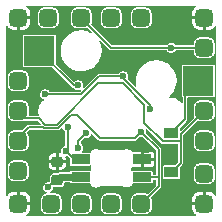
<source format=gtl>
G04 #@! TF.GenerationSoftware,KiCad,Pcbnew,(6.0.5)*
G04 #@! TF.CreationDate,2022-08-26T20:17:22-07:00*
G04 #@! TF.ProjectId,single_switch,73696e67-6c65-45f7-9377-697463682e6b,1*
G04 #@! TF.SameCoordinates,Original*
G04 #@! TF.FileFunction,Copper,L1,Top*
G04 #@! TF.FilePolarity,Positive*
%FSLAX46Y46*%
G04 Gerber Fmt 4.6, Leading zero omitted, Abs format (unit mm)*
G04 Created by KiCad (PCBNEW (6.0.5)) date 2022-08-26 20:17:22*
%MOMM*%
%LPD*%
G01*
G04 APERTURE LIST*
G04 Aperture macros list*
%AMRoundRect*
0 Rectangle with rounded corners*
0 $1 Rounding radius*
0 $2 $3 $4 $5 $6 $7 $8 $9 X,Y pos of 4 corners*
0 Add a 4 corners polygon primitive as box body*
4,1,4,$2,$3,$4,$5,$6,$7,$8,$9,$2,$3,0*
0 Add four circle primitives for the rounded corners*
1,1,$1+$1,$2,$3*
1,1,$1+$1,$4,$5*
1,1,$1+$1,$6,$7*
1,1,$1+$1,$8,$9*
0 Add four rect primitives between the rounded corners*
20,1,$1+$1,$2,$3,$4,$5,0*
20,1,$1+$1,$4,$5,$6,$7,0*
20,1,$1+$1,$6,$7,$8,$9,0*
20,1,$1+$1,$8,$9,$2,$3,0*%
G04 Aperture macros list end*
G04 #@! TA.AperFunction,SMDPad,CuDef*
%ADD10R,1.200000X0.900000*%
G04 #@! TD*
G04 #@! TA.AperFunction,ComponentPad*
%ADD11RoundRect,0.375000X-0.375000X-0.375000X0.375000X-0.375000X0.375000X0.375000X-0.375000X0.375000X0*%
G04 #@! TD*
G04 #@! TA.AperFunction,SMDPad,CuDef*
%ADD12R,2.550000X2.500000*%
G04 #@! TD*
G04 #@! TA.AperFunction,SMDPad,CuDef*
%ADD13RoundRect,0.225000X0.250000X-0.225000X0.250000X0.225000X-0.250000X0.225000X-0.250000X-0.225000X0*%
G04 #@! TD*
G04 #@! TA.AperFunction,SMDPad,CuDef*
%ADD14RoundRect,0.082000X0.718000X-0.328000X0.718000X0.328000X-0.718000X0.328000X-0.718000X-0.328000X0*%
G04 #@! TD*
G04 #@! TA.AperFunction,ViaPad*
%ADD15C,0.600000*%
G04 #@! TD*
G04 #@! TA.AperFunction,Conductor*
%ADD16C,0.152400*%
G04 #@! TD*
G04 #@! TA.AperFunction,Conductor*
%ADD17C,0.600000*%
G04 #@! TD*
G04 #@! TA.AperFunction,Conductor*
%ADD18C,0.150000*%
G04 #@! TD*
G04 APERTURE END LIST*
D10*
X116970000Y-117796000D03*
X116970000Y-121096000D03*
D11*
X106810000Y-123764000D03*
X119764000Y-121224000D03*
X104016000Y-120970000D03*
X114430000Y-108016000D03*
X119764000Y-123764000D03*
X119764000Y-108016000D03*
X104016000Y-123764000D03*
X109350000Y-108016000D03*
D12*
X119249997Y-113349989D03*
X105799997Y-110809989D03*
D13*
X107318000Y-121745000D03*
X107318000Y-120195000D03*
D11*
X104016000Y-113350000D03*
X106556000Y-108016000D03*
X104016000Y-108016000D03*
X119764000Y-118430000D03*
X119764000Y-115890000D03*
X104016000Y-115890000D03*
X109350000Y-123764000D03*
X111890000Y-108016000D03*
X114430000Y-123764000D03*
X119764000Y-110556000D03*
X111890000Y-123764000D03*
X104016000Y-118430000D03*
D14*
X109300000Y-121500000D03*
X109300000Y-120000000D03*
X114500000Y-120000000D03*
X114500000Y-121500000D03*
D15*
X117900000Y-123800000D03*
X116400000Y-123800000D03*
X106556000Y-122367000D03*
X108842000Y-112842000D03*
X117605000Y-109413000D03*
X103762000Y-110683000D03*
X105667000Y-118176000D03*
X117859000Y-122367000D03*
X113922000Y-111445000D03*
X105413000Y-115763000D03*
X116335000Y-108016000D03*
X107953000Y-109159000D03*
X119764000Y-117160000D03*
X114900000Y-119200000D03*
X103762000Y-111699000D03*
X105667000Y-113350000D03*
X116335000Y-109413000D03*
X113033000Y-109667000D03*
X111890000Y-112080000D03*
X105286000Y-122367000D03*
X103762000Y-109794000D03*
X118367000Y-118176000D03*
X105667000Y-121097000D03*
X116900000Y-119600000D03*
X117224000Y-111699000D03*
X117605000Y-108016000D03*
X116462000Y-122367000D03*
X115192000Y-115763000D03*
X108194043Y-117274043D03*
X108080000Y-119300000D03*
X112906000Y-112969000D03*
X106302000Y-114493000D03*
X116970000Y-110556000D03*
X114430000Y-117668000D03*
X109756537Y-117769463D03*
X109096000Y-113731000D03*
X109096000Y-119065000D03*
D16*
X107178000Y-121745000D02*
X106556000Y-122367000D01*
D17*
X107533000Y-121530000D02*
X109300000Y-121530000D01*
D16*
X109350000Y-121526000D02*
X109290000Y-121466000D01*
X107318000Y-121745000D02*
X107178000Y-121745000D01*
D17*
X107318000Y-121745000D02*
X107533000Y-121530000D01*
D16*
X114430000Y-119906000D02*
X114490000Y-119966000D01*
D18*
X119249997Y-113349989D02*
X118144518Y-114455468D01*
X118144518Y-114455468D02*
X118144518Y-116621482D01*
X118144518Y-116621482D02*
X116970000Y-117796000D01*
D16*
X117772711Y-120293289D02*
X117772711Y-118470711D01*
X106322996Y-117065710D02*
X107296998Y-117065710D01*
X105782286Y-116525000D02*
X106322996Y-117065710D01*
X110788530Y-113574178D02*
X112849238Y-113574178D01*
X104651000Y-116525000D02*
X105782286Y-116525000D01*
X116248711Y-118470711D02*
X117772711Y-118470711D01*
X114689289Y-115414229D02*
X114689289Y-116911289D01*
X116970000Y-121096000D02*
X117772711Y-120293289D01*
X112849238Y-113574178D02*
X114689289Y-115414229D01*
X107296998Y-117065710D02*
X110788530Y-113574178D01*
X117772711Y-118470711D02*
X117772711Y-117881289D01*
X104016000Y-115890000D02*
X104651000Y-116525000D01*
X117772711Y-117881289D02*
X119764000Y-115890000D01*
X114689289Y-116911289D02*
X116248711Y-118470711D01*
X114960710Y-115150710D02*
X115192000Y-115382000D01*
X108194043Y-119185957D02*
X108194043Y-117274043D01*
X112906000Y-112969000D02*
X112906000Y-113096000D01*
X115192000Y-115774714D02*
X115192000Y-115763000D01*
X110874000Y-112969000D02*
X112906000Y-112969000D01*
X108080000Y-119300000D02*
X108810000Y-120030000D01*
X114954113Y-115150710D02*
X114960710Y-115150710D01*
X112906000Y-113096000D02*
X113899276Y-114089276D01*
X113899276Y-114089276D02*
X113899276Y-114095873D01*
X108080000Y-119300000D02*
X108194043Y-119185957D01*
X113899276Y-114095873D02*
X114954113Y-115150710D01*
X108810000Y-120030000D02*
X109300000Y-120030000D01*
X109350000Y-114493000D02*
X110874000Y-112969000D01*
X106302000Y-114493000D02*
X109350000Y-114493000D01*
X115192000Y-115382000D02*
X115192000Y-115774714D01*
X119764000Y-110556000D02*
X116970000Y-110556000D01*
X115900000Y-120400000D02*
X115900000Y-121530000D01*
X109574226Y-116849254D02*
X109574226Y-116876226D01*
X108486160Y-116271000D02*
X108995972Y-116271000D01*
X115900000Y-122294000D02*
X114430000Y-123764000D01*
X113892200Y-118205800D02*
X114430000Y-117668000D01*
X106207464Y-117344630D02*
X107412530Y-117344630D01*
X111890000Y-110556000D02*
X116970000Y-110556000D01*
X104016000Y-118176000D02*
X104905000Y-117287000D01*
X110903800Y-118205800D02*
X113892200Y-118205800D01*
X115900000Y-119138000D02*
X115900000Y-120400000D01*
X115900000Y-120400000D02*
X115900000Y-122294000D01*
X106149834Y-117287000D02*
X106207464Y-117344630D01*
X114430000Y-117668000D02*
X115900000Y-119138000D01*
X109350000Y-108016000D02*
X111890000Y-110556000D01*
X109574226Y-116876226D02*
X110903800Y-118205800D01*
X107412530Y-117344630D02*
X108486160Y-116271000D01*
X104905000Y-117287000D02*
X106149834Y-117287000D01*
X104016000Y-118430000D02*
X104016000Y-118176000D01*
X115900000Y-121530000D02*
X114500000Y-121530000D01*
X108995972Y-116271000D02*
X109574226Y-116849254D01*
X109756537Y-117769463D02*
X109096000Y-118430000D01*
X108721008Y-113731000D02*
X105799997Y-110809989D01*
X109096000Y-113731000D02*
X108721008Y-113731000D01*
X109096000Y-118430000D02*
X109096000Y-119065000D01*
G04 #@! TA.AperFunction,Conductor*
G36*
X119051277Y-107019296D02*
G01*
X119069583Y-107063490D01*
X119051277Y-107107684D01*
X119038898Y-107117286D01*
X119003804Y-107138041D01*
X118997637Y-107142824D01*
X118890824Y-107249637D01*
X118886041Y-107255804D01*
X118809149Y-107385819D01*
X118806045Y-107392991D01*
X118763699Y-107538751D01*
X118762556Y-107545008D01*
X118760097Y-107576247D01*
X118760000Y-107578723D01*
X118760000Y-107876569D01*
X118763641Y-107885359D01*
X118772431Y-107889000D01*
X119828500Y-107889000D01*
X119872694Y-107907306D01*
X119891000Y-107951500D01*
X119891000Y-109007568D01*
X119894641Y-109016358D01*
X119903431Y-109019999D01*
X120201274Y-109019999D01*
X120203756Y-109019901D01*
X120234994Y-109017444D01*
X120241246Y-109016302D01*
X120387009Y-108973955D01*
X120394181Y-108970851D01*
X120524196Y-108893959D01*
X120530363Y-108889176D01*
X120637176Y-108782363D01*
X120641959Y-108776196D01*
X120662714Y-108741102D01*
X120700967Y-108712381D01*
X120748325Y-108719121D01*
X120777046Y-108757374D01*
X120779010Y-108772917D01*
X120779007Y-112761404D01*
X120779002Y-122209625D01*
X120779001Y-123007067D01*
X120760695Y-123051261D01*
X120716501Y-123069567D01*
X120672307Y-123051261D01*
X120662705Y-123038883D01*
X120641957Y-123003801D01*
X120637176Y-122997637D01*
X120530363Y-122890824D01*
X120524196Y-122886041D01*
X120394181Y-122809149D01*
X120387009Y-122806045D01*
X120241249Y-122763699D01*
X120234992Y-122762556D01*
X120203753Y-122760097D01*
X120201277Y-122760000D01*
X119903431Y-122760000D01*
X119894641Y-122763641D01*
X119891000Y-122772431D01*
X119891000Y-123828500D01*
X119872694Y-123872694D01*
X119828500Y-123891000D01*
X118772432Y-123891000D01*
X118763642Y-123894641D01*
X118760001Y-123903431D01*
X118760001Y-124201274D01*
X118760099Y-124203756D01*
X118762556Y-124234994D01*
X118763698Y-124241246D01*
X118806045Y-124387009D01*
X118809149Y-124394181D01*
X118886041Y-124524196D01*
X118890824Y-124530363D01*
X118997637Y-124637176D01*
X119003804Y-124641959D01*
X119038898Y-124662714D01*
X119067619Y-124700967D01*
X119060879Y-124748325D01*
X119022626Y-124777046D01*
X119007083Y-124779010D01*
X111888140Y-124779005D01*
X104772933Y-124779001D01*
X104728739Y-124760695D01*
X104710433Y-124716501D01*
X104728739Y-124672307D01*
X104741117Y-124662705D01*
X104776199Y-124641957D01*
X104782363Y-124637176D01*
X104889176Y-124530363D01*
X104893959Y-124524196D01*
X104970851Y-124394181D01*
X104973955Y-124387009D01*
X105016301Y-124241249D01*
X105017444Y-124234992D01*
X105019903Y-124203753D01*
X105020000Y-124201277D01*
X105020000Y-123903431D01*
X105016359Y-123894641D01*
X105007569Y-123891000D01*
X103951500Y-123891000D01*
X103907306Y-123872694D01*
X103889000Y-123828500D01*
X103889000Y-123624569D01*
X104143000Y-123624569D01*
X104146641Y-123633359D01*
X104155431Y-123637000D01*
X105007568Y-123637000D01*
X105016358Y-123633359D01*
X105019999Y-123624569D01*
X105019999Y-123326726D01*
X105019901Y-123324244D01*
X105017444Y-123293006D01*
X105016302Y-123286754D01*
X104973955Y-123140991D01*
X104970851Y-123133819D01*
X104893959Y-123003804D01*
X104889176Y-122997637D01*
X104782363Y-122890824D01*
X104776196Y-122886041D01*
X104646181Y-122809149D01*
X104639009Y-122806045D01*
X104493249Y-122763699D01*
X104486992Y-122762556D01*
X104455753Y-122760097D01*
X104453277Y-122760000D01*
X104155431Y-122760000D01*
X104146641Y-122763641D01*
X104143000Y-122772431D01*
X104143000Y-123624569D01*
X103889000Y-123624569D01*
X103889000Y-122772432D01*
X103885359Y-122763642D01*
X103876569Y-122760001D01*
X103578726Y-122760001D01*
X103576244Y-122760099D01*
X103545006Y-122762556D01*
X103538754Y-122763698D01*
X103392991Y-122806045D01*
X103385819Y-122809149D01*
X103255804Y-122886041D01*
X103249637Y-122890824D01*
X103142824Y-122997637D01*
X103138043Y-123003801D01*
X103117285Y-123038900D01*
X103079032Y-123067621D01*
X103031673Y-123060880D01*
X103002952Y-123022627D01*
X103000989Y-123007084D01*
X103000989Y-121392562D01*
X103138500Y-121392562D01*
X103145176Y-121454014D01*
X103195702Y-121588794D01*
X103282025Y-121703975D01*
X103397206Y-121790298D01*
X103401375Y-121791861D01*
X103401377Y-121791862D01*
X103526115Y-121838623D01*
X103531986Y-121840824D01*
X103593438Y-121847500D01*
X104438562Y-121847500D01*
X104500014Y-121840824D01*
X104505885Y-121838623D01*
X104630623Y-121791862D01*
X104630625Y-121791861D01*
X104634794Y-121790298D01*
X104749975Y-121703975D01*
X104836298Y-121588794D01*
X104886824Y-121454014D01*
X104893500Y-121392562D01*
X104893500Y-120547438D01*
X104886824Y-120485986D01*
X104885449Y-120482318D01*
X104878453Y-120463657D01*
X106589000Y-120463657D01*
X106589183Y-120467025D01*
X106594940Y-120520020D01*
X106596738Y-120527584D01*
X106641962Y-120648222D01*
X106646197Y-120655957D01*
X106723145Y-120758627D01*
X106729373Y-120764855D01*
X106832043Y-120841803D01*
X106839778Y-120846038D01*
X106960416Y-120891262D01*
X106967980Y-120893060D01*
X107020975Y-120898817D01*
X107024343Y-120899000D01*
X107178569Y-120899000D01*
X107187359Y-120895359D01*
X107191000Y-120886569D01*
X107445000Y-120886569D01*
X107448641Y-120895359D01*
X107457431Y-120899000D01*
X107611657Y-120899000D01*
X107615025Y-120898817D01*
X107668020Y-120893060D01*
X107675584Y-120891262D01*
X107796222Y-120846038D01*
X107803957Y-120841803D01*
X107906627Y-120764855D01*
X107912855Y-120758627D01*
X107989803Y-120655957D01*
X107994038Y-120648222D01*
X108039262Y-120527584D01*
X108041060Y-120520020D01*
X108046817Y-120467025D01*
X108047000Y-120463657D01*
X108047000Y-120334431D01*
X108043359Y-120325641D01*
X108034569Y-120322000D01*
X107457431Y-120322000D01*
X107448641Y-120325641D01*
X107445000Y-120334431D01*
X107445000Y-120886569D01*
X107191000Y-120886569D01*
X107191000Y-120334431D01*
X107187359Y-120325641D01*
X107178569Y-120322000D01*
X106601431Y-120322000D01*
X106592641Y-120325641D01*
X106589000Y-120334431D01*
X106589000Y-120463657D01*
X104878453Y-120463657D01*
X104837862Y-120355377D01*
X104837861Y-120355375D01*
X104836298Y-120351206D01*
X104749975Y-120236025D01*
X104634794Y-120149702D01*
X104630625Y-120148139D01*
X104630623Y-120148138D01*
X104503682Y-120100551D01*
X104500014Y-120099176D01*
X104438562Y-120092500D01*
X103593438Y-120092500D01*
X103531986Y-120099176D01*
X103528318Y-120100551D01*
X103401377Y-120148138D01*
X103401375Y-120148139D01*
X103397206Y-120149702D01*
X103282025Y-120236025D01*
X103195702Y-120351206D01*
X103194139Y-120355375D01*
X103194138Y-120355377D01*
X103146551Y-120482318D01*
X103145176Y-120485986D01*
X103138500Y-120547438D01*
X103138500Y-121392562D01*
X103000989Y-121392562D01*
X103000989Y-120055569D01*
X106589000Y-120055569D01*
X106592641Y-120064359D01*
X106601431Y-120068000D01*
X107178569Y-120068000D01*
X107187359Y-120064359D01*
X107191000Y-120055569D01*
X107191000Y-119503431D01*
X107187359Y-119494641D01*
X107178569Y-119491000D01*
X107024343Y-119491000D01*
X107020975Y-119491183D01*
X106967980Y-119496940D01*
X106960416Y-119498738D01*
X106839778Y-119543962D01*
X106832043Y-119548197D01*
X106729373Y-119625145D01*
X106723145Y-119631373D01*
X106646197Y-119734043D01*
X106641962Y-119741778D01*
X106596738Y-119862416D01*
X106594940Y-119869980D01*
X106589183Y-119922975D01*
X106589000Y-119926343D01*
X106589000Y-120055569D01*
X103000989Y-120055569D01*
X103000989Y-118852562D01*
X103138500Y-118852562D01*
X103145176Y-118914014D01*
X103146551Y-118917682D01*
X103193113Y-119041887D01*
X103195702Y-119048794D01*
X103198373Y-119052358D01*
X103206059Y-119062613D01*
X103282025Y-119163975D01*
X103285585Y-119166643D01*
X103390631Y-119245370D01*
X103397206Y-119250298D01*
X103401375Y-119251861D01*
X103401377Y-119251862D01*
X103528318Y-119299449D01*
X103531986Y-119300824D01*
X103593438Y-119307500D01*
X104438562Y-119307500D01*
X104500014Y-119300824D01*
X104503682Y-119299449D01*
X104630623Y-119251862D01*
X104630625Y-119251861D01*
X104634794Y-119250298D01*
X104641370Y-119245370D01*
X104746415Y-119166643D01*
X104749975Y-119163975D01*
X104825941Y-119062613D01*
X104833627Y-119052358D01*
X104836298Y-119048794D01*
X104838888Y-119041887D01*
X104885449Y-118917682D01*
X104886824Y-118914014D01*
X104893500Y-118852562D01*
X104893500Y-118007438D01*
X104886824Y-117945986D01*
X104876251Y-117917783D01*
X104837862Y-117815377D01*
X104837861Y-117815375D01*
X104836298Y-117811206D01*
X104797070Y-117758864D01*
X104785214Y-117712521D01*
X104802889Y-117677187D01*
X104971069Y-117509006D01*
X105015263Y-117490700D01*
X106040610Y-117490700D01*
X106078836Y-117504078D01*
X106079666Y-117504908D01*
X106086273Y-117509061D01*
X106092029Y-117513151D01*
X106116527Y-117532742D01*
X106123388Y-117534320D01*
X106127806Y-117536456D01*
X106132448Y-117538081D01*
X106138406Y-117541826D01*
X106145400Y-117542617D01*
X106145401Y-117542617D01*
X106169549Y-117545347D01*
X106176534Y-117546541D01*
X106180867Y-117547537D01*
X106180869Y-117547537D01*
X106184316Y-117548330D01*
X106192413Y-117548330D01*
X106199434Y-117548726D01*
X106230754Y-117552267D01*
X106237399Y-117549946D01*
X106244394Y-117549162D01*
X106244456Y-117549715D01*
X106252628Y-117548330D01*
X107367130Y-117548330D01*
X107375177Y-117549702D01*
X107375246Y-117549097D01*
X107382237Y-117549894D01*
X107388878Y-117552226D01*
X107395871Y-117551448D01*
X107395872Y-117551448D01*
X107417496Y-117549041D01*
X107420446Y-117548713D01*
X107427358Y-117548330D01*
X107435497Y-117548330D01*
X107438917Y-117547550D01*
X107438924Y-117547549D01*
X107443097Y-117546597D01*
X107450082Y-117545416D01*
X107474248Y-117542726D01*
X107474250Y-117542725D01*
X107481243Y-117541947D01*
X107487205Y-117538215D01*
X107491842Y-117536600D01*
X107496278Y-117534465D01*
X107503138Y-117532900D01*
X107527652Y-117513365D01*
X107533438Y-117509269D01*
X107537198Y-117506915D01*
X107540200Y-117505036D01*
X107545924Y-117499312D01*
X107551168Y-117494627D01*
X107556096Y-117490700D01*
X107575820Y-117474983D01*
X107578879Y-117468641D01*
X107583268Y-117463143D01*
X107583705Y-117463492D01*
X107588502Y-117456734D01*
X107676092Y-117369144D01*
X107720286Y-117350838D01*
X107764480Y-117369144D01*
X107777036Y-117390637D01*
X107778057Y-117390188D01*
X107824977Y-117496820D01*
X107827376Y-117502273D01*
X107857151Y-117537695D01*
X107868495Y-117551190D01*
X107906170Y-117596011D01*
X107960789Y-117632368D01*
X107962476Y-117633491D01*
X107989121Y-117673218D01*
X107990343Y-117685518D01*
X107990343Y-118833832D01*
X107972037Y-118878026D01*
X107945018Y-118893926D01*
X107903644Y-118905751D01*
X107800080Y-118971095D01*
X107797137Y-118974427D01*
X107797135Y-118974429D01*
X107728310Y-119052358D01*
X107719018Y-119062879D01*
X107715037Y-119071359D01*
X107668868Y-119169695D01*
X107668867Y-119169698D01*
X107666976Y-119173726D01*
X107648136Y-119294724D01*
X107648713Y-119299137D01*
X107648713Y-119299138D01*
X107664014Y-119416145D01*
X107662869Y-119416295D01*
X107657681Y-119459180D01*
X107620038Y-119488697D01*
X107603229Y-119491000D01*
X107457431Y-119491000D01*
X107448641Y-119494641D01*
X107445000Y-119503431D01*
X107445000Y-120055569D01*
X107448641Y-120064359D01*
X107457431Y-120068000D01*
X108034569Y-120068000D01*
X108043359Y-120064359D01*
X108047000Y-120055569D01*
X108047000Y-119926343D01*
X108046817Y-119922975D01*
X108041060Y-119869980D01*
X108039262Y-119862416D01*
X108020375Y-119812035D01*
X108022003Y-119764227D01*
X108056959Y-119731573D01*
X108080044Y-119727607D01*
X108128929Y-119728503D01*
X108128933Y-119728502D01*
X108133383Y-119728584D01*
X108155907Y-119722444D01*
X108166855Y-119719459D01*
X108214308Y-119725496D01*
X108227488Y-119735564D01*
X108354194Y-119862269D01*
X108372500Y-119906463D01*
X108372500Y-120348632D01*
X108373099Y-120351643D01*
X108373099Y-120351644D01*
X108376631Y-120369398D01*
X108384656Y-120409743D01*
X108430959Y-120479041D01*
X108500257Y-120525344D01*
X108540289Y-120533307D01*
X108558356Y-120536901D01*
X108558357Y-120536901D01*
X108561368Y-120537500D01*
X110038632Y-120537500D01*
X110041643Y-120536901D01*
X110041644Y-120536901D01*
X110059711Y-120533307D01*
X110099743Y-120525344D01*
X110104863Y-120521923D01*
X110110549Y-120519568D01*
X110111572Y-120522037D01*
X110148689Y-120514651D01*
X110188465Y-120541223D01*
X110199001Y-120575951D01*
X110199001Y-120924049D01*
X110180695Y-120968243D01*
X110136501Y-120986549D01*
X110111195Y-120978872D01*
X110110549Y-120980432D01*
X110104863Y-120978077D01*
X110099743Y-120974656D01*
X110059711Y-120966693D01*
X110041644Y-120963099D01*
X110041643Y-120963099D01*
X110038632Y-120962500D01*
X108561368Y-120962500D01*
X108558357Y-120963099D01*
X108558356Y-120963099D01*
X108540289Y-120966693D01*
X108500257Y-120974656D01*
X108430959Y-121020959D01*
X108427540Y-121026076D01*
X108395035Y-121074723D01*
X108355261Y-121101299D01*
X108343068Y-121102500D01*
X107562108Y-121102500D01*
X107554762Y-121102067D01*
X107524059Y-121098433D01*
X107519421Y-121097884D01*
X107514828Y-121098723D01*
X107514826Y-121098723D01*
X107463749Y-121108052D01*
X107461816Y-121108373D01*
X107405878Y-121116783D01*
X107401662Y-121118807D01*
X107400516Y-121119160D01*
X107400115Y-121119258D01*
X107399087Y-121119591D01*
X107398707Y-121119747D01*
X107397558Y-121120140D01*
X107392961Y-121120980D01*
X107388813Y-121123135D01*
X107388812Y-121123135D01*
X107342778Y-121147048D01*
X107341023Y-121147925D01*
X107313086Y-121161341D01*
X107286030Y-121167501D01*
X107034590Y-121167501D01*
X106965305Y-121177699D01*
X106859964Y-121229419D01*
X106856318Y-121233071D01*
X106856317Y-121233072D01*
X106780704Y-121308817D01*
X106780702Y-121308819D01*
X106777056Y-121312472D01*
X106725520Y-121417902D01*
X106715500Y-121486589D01*
X106715501Y-121700415D01*
X106715501Y-121884530D01*
X106697195Y-121928724D01*
X106653001Y-121947030D01*
X106635094Y-121944410D01*
X106624106Y-121941124D01*
X106624103Y-121941124D01*
X106619838Y-121939848D01*
X106558611Y-121939474D01*
X106501838Y-121939127D01*
X106501837Y-121939127D01*
X106497385Y-121939100D01*
X106379644Y-121972751D01*
X106276080Y-122038095D01*
X106273137Y-122041427D01*
X106273135Y-122041429D01*
X106250292Y-122067294D01*
X106195018Y-122129879D01*
X106193126Y-122133909D01*
X106144868Y-122236695D01*
X106144867Y-122236698D01*
X106142976Y-122240726D01*
X106124136Y-122361724D01*
X106124713Y-122366137D01*
X106124713Y-122366138D01*
X106127954Y-122390920D01*
X106140014Y-122483145D01*
X106189333Y-122595230D01*
X106268127Y-122688968D01*
X106271832Y-122691434D01*
X106271834Y-122691436D01*
X106283650Y-122699301D01*
X106370064Y-122756823D01*
X106387695Y-122762331D01*
X106396345Y-122765034D01*
X106433070Y-122795686D01*
X106437363Y-122843328D01*
X106406711Y-122880053D01*
X106384458Y-122886824D01*
X106325986Y-122893176D01*
X106322318Y-122894551D01*
X106195377Y-122942138D01*
X106195375Y-122942139D01*
X106191206Y-122943702D01*
X106076025Y-123030025D01*
X105989702Y-123145206D01*
X105939176Y-123279986D01*
X105932500Y-123341438D01*
X105932500Y-124186562D01*
X105939176Y-124248014D01*
X105989702Y-124382794D01*
X106076025Y-124497975D01*
X106191206Y-124584298D01*
X106195375Y-124585861D01*
X106195377Y-124585862D01*
X106283372Y-124618849D01*
X106325986Y-124634824D01*
X106387438Y-124641500D01*
X107232562Y-124641500D01*
X107294014Y-124634824D01*
X107336628Y-124618849D01*
X107424623Y-124585862D01*
X107424625Y-124585861D01*
X107428794Y-124584298D01*
X107543975Y-124497975D01*
X107630298Y-124382794D01*
X107680824Y-124248014D01*
X107687500Y-124186562D01*
X108472500Y-124186562D01*
X108479176Y-124248014D01*
X108529702Y-124382794D01*
X108616025Y-124497975D01*
X108731206Y-124584298D01*
X108735375Y-124585861D01*
X108735377Y-124585862D01*
X108823372Y-124618849D01*
X108865986Y-124634824D01*
X108927438Y-124641500D01*
X109772562Y-124641500D01*
X109834014Y-124634824D01*
X109876628Y-124618849D01*
X109964623Y-124585862D01*
X109964625Y-124585861D01*
X109968794Y-124584298D01*
X110083975Y-124497975D01*
X110170298Y-124382794D01*
X110220824Y-124248014D01*
X110227500Y-124186562D01*
X111012500Y-124186562D01*
X111019176Y-124248014D01*
X111069702Y-124382794D01*
X111156025Y-124497975D01*
X111271206Y-124584298D01*
X111275375Y-124585861D01*
X111275377Y-124585862D01*
X111363372Y-124618849D01*
X111405986Y-124634824D01*
X111467438Y-124641500D01*
X112312562Y-124641500D01*
X112374014Y-124634824D01*
X112416628Y-124618849D01*
X112504623Y-124585862D01*
X112504625Y-124585861D01*
X112508794Y-124584298D01*
X112623975Y-124497975D01*
X112710298Y-124382794D01*
X112760824Y-124248014D01*
X112767500Y-124186562D01*
X112767500Y-123341438D01*
X112760824Y-123279986D01*
X112710298Y-123145206D01*
X112623975Y-123030025D01*
X112508794Y-122943702D01*
X112504625Y-122942139D01*
X112504623Y-122942138D01*
X112377682Y-122894551D01*
X112374014Y-122893176D01*
X112312562Y-122886500D01*
X111467438Y-122886500D01*
X111405986Y-122893176D01*
X111402318Y-122894551D01*
X111275377Y-122942138D01*
X111275375Y-122942139D01*
X111271206Y-122943702D01*
X111156025Y-123030025D01*
X111069702Y-123145206D01*
X111019176Y-123279986D01*
X111012500Y-123341438D01*
X111012500Y-124186562D01*
X110227500Y-124186562D01*
X110227500Y-123341438D01*
X110220824Y-123279986D01*
X110170298Y-123145206D01*
X110083975Y-123030025D01*
X109968794Y-122943702D01*
X109964625Y-122942139D01*
X109964623Y-122942138D01*
X109837682Y-122894551D01*
X109834014Y-122893176D01*
X109772562Y-122886500D01*
X108927438Y-122886500D01*
X108865986Y-122893176D01*
X108862318Y-122894551D01*
X108735377Y-122942138D01*
X108735375Y-122942139D01*
X108731206Y-122943702D01*
X108616025Y-123030025D01*
X108529702Y-123145206D01*
X108479176Y-123279986D01*
X108472500Y-123341438D01*
X108472500Y-124186562D01*
X107687500Y-124186562D01*
X107687500Y-123341438D01*
X107680824Y-123279986D01*
X107630298Y-123145206D01*
X107543975Y-123030025D01*
X107428794Y-122943702D01*
X107424625Y-122942139D01*
X107424623Y-122942138D01*
X107297682Y-122894551D01*
X107294014Y-122893176D01*
X107232562Y-122886500D01*
X106742770Y-122886500D01*
X106698576Y-122868194D01*
X106680270Y-122824000D01*
X106698576Y-122779806D01*
X106719683Y-122767559D01*
X106719144Y-122766314D01*
X106723227Y-122764547D01*
X106727527Y-122763375D01*
X106731323Y-122761044D01*
X106731326Y-122761043D01*
X106828083Y-122701633D01*
X106831881Y-122699301D01*
X106914058Y-122608513D01*
X106967451Y-122498311D01*
X106970003Y-122483145D01*
X106987367Y-122379930D01*
X106987367Y-122379929D01*
X106987767Y-122377552D01*
X106988338Y-122377648D01*
X107009594Y-122337034D01*
X107049663Y-122322500D01*
X107526968Y-122322499D01*
X107601410Y-122322499D01*
X107670695Y-122312301D01*
X107677311Y-122309053D01*
X107694223Y-122300749D01*
X107776036Y-122260581D01*
X107781977Y-122254630D01*
X107855296Y-122181183D01*
X107855298Y-122181181D01*
X107858944Y-122177528D01*
X107910480Y-122072098D01*
X107911218Y-122067043D01*
X107919396Y-122010978D01*
X107943889Y-121969889D01*
X107981241Y-121957500D01*
X108385228Y-121957500D01*
X108428558Y-121975448D01*
X108430959Y-121979041D01*
X108500257Y-122025344D01*
X108536428Y-122032539D01*
X108558356Y-122036901D01*
X108558357Y-122036901D01*
X108561368Y-122037500D01*
X110038632Y-122037500D01*
X110041642Y-122036901D01*
X110041645Y-122036901D01*
X110063528Y-122032548D01*
X110110444Y-122041880D01*
X110132181Y-122067043D01*
X110145370Y-122094824D01*
X110176023Y-122159391D01*
X110178582Y-122162442D01*
X110178584Y-122162444D01*
X110255929Y-122254630D01*
X110258515Y-122257712D01*
X110261764Y-122260021D01*
X110359880Y-122329755D01*
X110359882Y-122329756D01*
X110363128Y-122332063D01*
X110426310Y-122356065D01*
X110479377Y-122376225D01*
X110479379Y-122376225D01*
X110483105Y-122377641D01*
X110487068Y-122378072D01*
X110487070Y-122378072D01*
X110529472Y-122382678D01*
X110610698Y-122391502D01*
X110614638Y-122390920D01*
X110614642Y-122390920D01*
X110697103Y-122378741D01*
X110737664Y-122372751D01*
X110855802Y-122322600D01*
X110854553Y-122320462D01*
X110861497Y-122315531D01*
X110872977Y-122310118D01*
X110875433Y-122309025D01*
X110950445Y-122277609D01*
X110958255Y-122274931D01*
X110993071Y-122265508D01*
X111001160Y-122263882D01*
X111081270Y-122253228D01*
X111084013Y-122252925D01*
X111103089Y-122251241D01*
X111108585Y-122250999D01*
X112691701Y-122250999D01*
X112697196Y-122251241D01*
X112715436Y-122252851D01*
X112718166Y-122253152D01*
X112799028Y-122263906D01*
X112807107Y-122265530D01*
X112816239Y-122268001D01*
X112841575Y-122274859D01*
X112849389Y-122277540D01*
X112925038Y-122309222D01*
X112927553Y-122310340D01*
X112934500Y-122313616D01*
X112944643Y-122321836D01*
X112944218Y-122322564D01*
X113062347Y-122372712D01*
X113101751Y-122378531D01*
X113185359Y-122390879D01*
X113185363Y-122390879D01*
X113189303Y-122391461D01*
X113270810Y-122382606D01*
X113312920Y-122378032D01*
X113312922Y-122378032D01*
X113316885Y-122377601D01*
X113320611Y-122376185D01*
X113320613Y-122376185D01*
X113373575Y-122356065D01*
X113436852Y-122332027D01*
X113440098Y-122329720D01*
X113440100Y-122329719D01*
X113538208Y-122259991D01*
X113541457Y-122257682D01*
X113545120Y-122253316D01*
X113621381Y-122162422D01*
X113621383Y-122162420D01*
X113623942Y-122159369D01*
X113667779Y-122067032D01*
X113703267Y-122034961D01*
X113736429Y-122032539D01*
X113761368Y-122037500D01*
X115238632Y-122037500D01*
X115241643Y-122036901D01*
X115241644Y-122036901D01*
X115263572Y-122032539D01*
X115299743Y-122025344D01*
X115369041Y-121979041D01*
X115415344Y-121909743D01*
X115427500Y-121848632D01*
X115427500Y-121796200D01*
X115445806Y-121752006D01*
X115490000Y-121733700D01*
X115633800Y-121733700D01*
X115677994Y-121752006D01*
X115696300Y-121796200D01*
X115696300Y-122183737D01*
X115677994Y-122227931D01*
X115014281Y-122891643D01*
X114970087Y-122909949D01*
X114948148Y-122905972D01*
X114917682Y-122894551D01*
X114914014Y-122893176D01*
X114852562Y-122886500D01*
X114007438Y-122886500D01*
X113945986Y-122893176D01*
X113942318Y-122894551D01*
X113815377Y-122942138D01*
X113815375Y-122942139D01*
X113811206Y-122943702D01*
X113696025Y-123030025D01*
X113609702Y-123145206D01*
X113559176Y-123279986D01*
X113552500Y-123341438D01*
X113552500Y-124186562D01*
X113559176Y-124248014D01*
X113609702Y-124382794D01*
X113696025Y-124497975D01*
X113811206Y-124584298D01*
X113815375Y-124585861D01*
X113815377Y-124585862D01*
X113903372Y-124618849D01*
X113945986Y-124634824D01*
X114007438Y-124641500D01*
X114852562Y-124641500D01*
X114914014Y-124634824D01*
X114956628Y-124618849D01*
X115044623Y-124585862D01*
X115044625Y-124585861D01*
X115048794Y-124584298D01*
X115163975Y-124497975D01*
X115250298Y-124382794D01*
X115300824Y-124248014D01*
X115307500Y-124186562D01*
X115307500Y-123624569D01*
X118760000Y-123624569D01*
X118763641Y-123633359D01*
X118772431Y-123637000D01*
X119624569Y-123637000D01*
X119633359Y-123633359D01*
X119637000Y-123624569D01*
X119637000Y-122772432D01*
X119633359Y-122763642D01*
X119624569Y-122760001D01*
X119326726Y-122760001D01*
X119324244Y-122760099D01*
X119293006Y-122762556D01*
X119286754Y-122763698D01*
X119140991Y-122806045D01*
X119133819Y-122809149D01*
X119003804Y-122886041D01*
X118997637Y-122890824D01*
X118890824Y-122997637D01*
X118886041Y-123003804D01*
X118809149Y-123133819D01*
X118806045Y-123140991D01*
X118763699Y-123286751D01*
X118762556Y-123293008D01*
X118760097Y-123324247D01*
X118760000Y-123326723D01*
X118760000Y-123624569D01*
X115307500Y-123624569D01*
X115307500Y-123341438D01*
X115300824Y-123279986D01*
X115288028Y-123245852D01*
X115289656Y-123198044D01*
X115302357Y-123179719D01*
X116011933Y-122470142D01*
X116018594Y-122465421D01*
X116018215Y-122464945D01*
X116023723Y-122460564D01*
X116030068Y-122457517D01*
X116049906Y-122432711D01*
X116054523Y-122427552D01*
X116060278Y-122421797D01*
X116062143Y-122418830D01*
X116062147Y-122418825D01*
X116064431Y-122415191D01*
X116068527Y-122409428D01*
X116088112Y-122384937D01*
X116089690Y-122378078D01*
X116091828Y-122373655D01*
X116093452Y-122369016D01*
X116097197Y-122363057D01*
X116100720Y-122331893D01*
X116101912Y-122324923D01*
X116102908Y-122320593D01*
X116102908Y-122320590D01*
X116103700Y-122317148D01*
X116103700Y-122309053D01*
X116104096Y-122302032D01*
X116106846Y-122277706D01*
X116107637Y-122270710D01*
X116105316Y-122264065D01*
X116104532Y-122257070D01*
X116105085Y-122257008D01*
X116103700Y-122248836D01*
X116103700Y-121537404D01*
X116103747Y-121483975D01*
X116103747Y-121483710D01*
X116103708Y-121483629D01*
X116103700Y-121483558D01*
X116103700Y-119183400D01*
X116105072Y-119175353D01*
X116104467Y-119175284D01*
X116105264Y-119168293D01*
X116107596Y-119161652D01*
X116104083Y-119130084D01*
X116103700Y-119123172D01*
X116103700Y-119115033D01*
X116102920Y-119111613D01*
X116102919Y-119111606D01*
X116101967Y-119107433D01*
X116100786Y-119100448D01*
X116098096Y-119076282D01*
X116098095Y-119076280D01*
X116097317Y-119069287D01*
X116093584Y-119063325D01*
X116091971Y-119058691D01*
X116089835Y-119054253D01*
X116088270Y-119047392D01*
X116083885Y-119041889D01*
X116083884Y-119041887D01*
X116068732Y-119022872D01*
X116064640Y-119017093D01*
X116064138Y-119016292D01*
X116060406Y-119010331D01*
X116054686Y-119004611D01*
X116050001Y-118999367D01*
X116030353Y-118974710D01*
X116024011Y-118971651D01*
X116018513Y-118967262D01*
X116018861Y-118966826D01*
X116012102Y-118962027D01*
X114865380Y-117815304D01*
X114847074Y-117771110D01*
X114847940Y-117760741D01*
X114848675Y-117756373D01*
X114861767Y-117678552D01*
X114861896Y-117668000D01*
X114844536Y-117546781D01*
X114827013Y-117508241D01*
X114825385Y-117460433D01*
X114858039Y-117425477D01*
X114905847Y-117423849D01*
X114928102Y-117438178D01*
X116072569Y-118582644D01*
X116077290Y-118589305D01*
X116077766Y-118588926D01*
X116082147Y-118594434D01*
X116085194Y-118600779D01*
X116090691Y-118605175D01*
X116110000Y-118620617D01*
X116115159Y-118625234D01*
X116120914Y-118630989D01*
X116123881Y-118632854D01*
X116123886Y-118632858D01*
X116127520Y-118635142D01*
X116133283Y-118639238D01*
X116157774Y-118658823D01*
X116164633Y-118660401D01*
X116169056Y-118662539D01*
X116173695Y-118664163D01*
X116179654Y-118667908D01*
X116210818Y-118671431D01*
X116217788Y-118672623D01*
X116222118Y-118673619D01*
X116222121Y-118673619D01*
X116225563Y-118674411D01*
X116233658Y-118674411D01*
X116240679Y-118674807D01*
X116272001Y-118678348D01*
X116278646Y-118676027D01*
X116285641Y-118675243D01*
X116285703Y-118675796D01*
X116293875Y-118674411D01*
X117506511Y-118674411D01*
X117550705Y-118692717D01*
X117569011Y-118736911D01*
X117569011Y-120183026D01*
X117550705Y-120227220D01*
X117277731Y-120500194D01*
X117233537Y-120518500D01*
X116357442Y-120518500D01*
X116354431Y-120519099D01*
X116326287Y-120524697D01*
X116326285Y-120524698D01*
X116320252Y-120525898D01*
X116278078Y-120554078D01*
X116249898Y-120596252D01*
X116248698Y-120602285D01*
X116248697Y-120602287D01*
X116247287Y-120609377D01*
X116242500Y-120633442D01*
X116242500Y-121558558D01*
X116243099Y-121561569D01*
X116248515Y-121588794D01*
X116249898Y-121595748D01*
X116278078Y-121637922D01*
X116320252Y-121666102D01*
X116326285Y-121667302D01*
X116326287Y-121667303D01*
X116352384Y-121672494D01*
X116357442Y-121673500D01*
X117582558Y-121673500D01*
X117587616Y-121672494D01*
X117613713Y-121667303D01*
X117613715Y-121667302D01*
X117619748Y-121666102D01*
X117648991Y-121646562D01*
X118886500Y-121646562D01*
X118893176Y-121708014D01*
X118894551Y-121711682D01*
X118924609Y-121791862D01*
X118943702Y-121842794D01*
X119030025Y-121957975D01*
X119145206Y-122044298D01*
X119149375Y-122045861D01*
X119149377Y-122045862D01*
X119230994Y-122076458D01*
X119279986Y-122094824D01*
X119341438Y-122101500D01*
X120186562Y-122101500D01*
X120248014Y-122094824D01*
X120297006Y-122076458D01*
X120378623Y-122045862D01*
X120378625Y-122045861D01*
X120382794Y-122044298D01*
X120497975Y-121957975D01*
X120584298Y-121842794D01*
X120603392Y-121791862D01*
X120633449Y-121711682D01*
X120634824Y-121708014D01*
X120641500Y-121646562D01*
X120641500Y-120801438D01*
X120634824Y-120739986D01*
X120633449Y-120736318D01*
X120585862Y-120609377D01*
X120585861Y-120609375D01*
X120584298Y-120605206D01*
X120497975Y-120490025D01*
X120419497Y-120431209D01*
X120386358Y-120406373D01*
X120382794Y-120403702D01*
X120378625Y-120402139D01*
X120378623Y-120402138D01*
X120251682Y-120354551D01*
X120248014Y-120353176D01*
X120186562Y-120346500D01*
X119341438Y-120346500D01*
X119279986Y-120353176D01*
X119276318Y-120354551D01*
X119149377Y-120402138D01*
X119149375Y-120402139D01*
X119145206Y-120403702D01*
X119141642Y-120406373D01*
X119108503Y-120431209D01*
X119030025Y-120490025D01*
X118943702Y-120605206D01*
X118942139Y-120609375D01*
X118942138Y-120609377D01*
X118894551Y-120736318D01*
X118893176Y-120739986D01*
X118886500Y-120801438D01*
X118886500Y-121646562D01*
X117648991Y-121646562D01*
X117661922Y-121637922D01*
X117690102Y-121595748D01*
X117691486Y-121588794D01*
X117696901Y-121561569D01*
X117697500Y-121558558D01*
X117697500Y-120682463D01*
X117715806Y-120638269D01*
X117884644Y-120469431D01*
X117891305Y-120464710D01*
X117890926Y-120464234D01*
X117896434Y-120459853D01*
X117902779Y-120456806D01*
X117922617Y-120432000D01*
X117927234Y-120426841D01*
X117932989Y-120421086D01*
X117934854Y-120418119D01*
X117934858Y-120418114D01*
X117937142Y-120414480D01*
X117941238Y-120408717D01*
X117960823Y-120384226D01*
X117962401Y-120377367D01*
X117964539Y-120372944D01*
X117966163Y-120368305D01*
X117969908Y-120362346D01*
X117973431Y-120331182D01*
X117974623Y-120324212D01*
X117975619Y-120319882D01*
X117975619Y-120319879D01*
X117976411Y-120316437D01*
X117976411Y-120308342D01*
X117976807Y-120301321D01*
X117979557Y-120276995D01*
X117980348Y-120269999D01*
X117978027Y-120263354D01*
X117977243Y-120256359D01*
X117977796Y-120256297D01*
X117976411Y-120248125D01*
X117976411Y-118852562D01*
X118886500Y-118852562D01*
X118893176Y-118914014D01*
X118894551Y-118917682D01*
X118941113Y-119041887D01*
X118943702Y-119048794D01*
X118946373Y-119052358D01*
X118954059Y-119062613D01*
X119030025Y-119163975D01*
X119033585Y-119166643D01*
X119138631Y-119245370D01*
X119145206Y-119250298D01*
X119149375Y-119251861D01*
X119149377Y-119251862D01*
X119276318Y-119299449D01*
X119279986Y-119300824D01*
X119341438Y-119307500D01*
X120186562Y-119307500D01*
X120248014Y-119300824D01*
X120251682Y-119299449D01*
X120378623Y-119251862D01*
X120378625Y-119251861D01*
X120382794Y-119250298D01*
X120389370Y-119245370D01*
X120494415Y-119166643D01*
X120497975Y-119163975D01*
X120573941Y-119062613D01*
X120581627Y-119052358D01*
X120584298Y-119048794D01*
X120586888Y-119041887D01*
X120633449Y-118917682D01*
X120634824Y-118914014D01*
X120641500Y-118852562D01*
X120641500Y-118007438D01*
X120634824Y-117945986D01*
X120624251Y-117917783D01*
X120585862Y-117815377D01*
X120585861Y-117815375D01*
X120584298Y-117811206D01*
X120497975Y-117696025D01*
X120382794Y-117609702D01*
X120378625Y-117608139D01*
X120378623Y-117608138D01*
X120251682Y-117560551D01*
X120248014Y-117559176D01*
X120186562Y-117552500D01*
X119341438Y-117552500D01*
X119279986Y-117559176D01*
X119276318Y-117560551D01*
X119149377Y-117608138D01*
X119149375Y-117608139D01*
X119145206Y-117609702D01*
X119030025Y-117696025D01*
X118943702Y-117811206D01*
X118942139Y-117815375D01*
X118942138Y-117815377D01*
X118903749Y-117917783D01*
X118893176Y-117945986D01*
X118886500Y-118007438D01*
X118886500Y-118852562D01*
X117976411Y-118852562D01*
X117976411Y-118478347D01*
X117976458Y-118424685D01*
X117976458Y-118424421D01*
X117976419Y-118424340D01*
X117976411Y-118424268D01*
X117976411Y-117991553D01*
X117994717Y-117947359D01*
X119179719Y-116762357D01*
X119223913Y-116744051D01*
X119245852Y-116748028D01*
X119275593Y-116759177D01*
X119279986Y-116760824D01*
X119341438Y-116767500D01*
X120186562Y-116767500D01*
X120248014Y-116760824D01*
X120251823Y-116759396D01*
X120378623Y-116711862D01*
X120378625Y-116711861D01*
X120382794Y-116710298D01*
X120497975Y-116623975D01*
X120584298Y-116508794D01*
X120634824Y-116374014D01*
X120641500Y-116312562D01*
X120641500Y-115467438D01*
X120634824Y-115405986D01*
X120619098Y-115364035D01*
X120585862Y-115275377D01*
X120585861Y-115275375D01*
X120584298Y-115271206D01*
X120497975Y-115156025D01*
X120382794Y-115069702D01*
X120378625Y-115068139D01*
X120378623Y-115068138D01*
X120251682Y-115020551D01*
X120248014Y-115019176D01*
X120186562Y-115012500D01*
X119341438Y-115012500D01*
X119279986Y-115019176D01*
X119276318Y-115020551D01*
X119149377Y-115068138D01*
X119149375Y-115068139D01*
X119145206Y-115069702D01*
X119030025Y-115156025D01*
X118943702Y-115271206D01*
X118942139Y-115275375D01*
X118942138Y-115275377D01*
X118908902Y-115364035D01*
X118893176Y-115405986D01*
X118886500Y-115467438D01*
X118886500Y-116312562D01*
X118893176Y-116374014D01*
X118894551Y-116377682D01*
X118905972Y-116408148D01*
X118904344Y-116455956D01*
X118891643Y-116474281D01*
X117804194Y-117561730D01*
X117760000Y-117580036D01*
X117715806Y-117561730D01*
X117697500Y-117517536D01*
X117697500Y-117380766D01*
X117715806Y-117336572D01*
X118255747Y-116796631D01*
X118262352Y-116791950D01*
X118261966Y-116791465D01*
X118267477Y-116787082D01*
X118273819Y-116784036D01*
X118278212Y-116778542D01*
X118278214Y-116778541D01*
X118293524Y-116759396D01*
X118298141Y-116754237D01*
X118303851Y-116748527D01*
X118307962Y-116741986D01*
X118312067Y-116736210D01*
X118327125Y-116717381D01*
X118327126Y-116717378D01*
X118331521Y-116711883D01*
X118333098Y-116705025D01*
X118335206Y-116700664D01*
X118336807Y-116696092D01*
X118340553Y-116690133D01*
X118344051Y-116659188D01*
X118345243Y-116652211D01*
X118347018Y-116644493D01*
X118347018Y-116636461D01*
X118347414Y-116629440D01*
X118350140Y-116605325D01*
X118350931Y-116598329D01*
X118348610Y-116591684D01*
X118347826Y-116584688D01*
X118348392Y-116584625D01*
X118347018Y-116576523D01*
X118347018Y-114789989D01*
X118365324Y-114745795D01*
X118409518Y-114727489D01*
X120537555Y-114727489D01*
X120542613Y-114726483D01*
X120568710Y-114721292D01*
X120568712Y-114721291D01*
X120574745Y-114720091D01*
X120616919Y-114691911D01*
X120645099Y-114649737D01*
X120652497Y-114612547D01*
X120652497Y-112087431D01*
X120645099Y-112050241D01*
X120616919Y-112008067D01*
X120574745Y-111979887D01*
X120568712Y-111978687D01*
X120568710Y-111978686D01*
X120540566Y-111973088D01*
X120537555Y-111972489D01*
X117962439Y-111972489D01*
X117959428Y-111973088D01*
X117931284Y-111978686D01*
X117931282Y-111978687D01*
X117925249Y-111979887D01*
X117883075Y-112008067D01*
X117854895Y-112050241D01*
X117847497Y-112087431D01*
X117847497Y-114612547D01*
X117854895Y-114649737D01*
X117883075Y-114691911D01*
X117888192Y-114695330D01*
X117888193Y-114695331D01*
X117914242Y-114712737D01*
X117940817Y-114752511D01*
X117942018Y-114764703D01*
X117942018Y-115162033D01*
X117923712Y-115206227D01*
X117879518Y-115224533D01*
X117835324Y-115206227D01*
X117828541Y-115198193D01*
X117808584Y-115170058D01*
X117808578Y-115170052D01*
X117806860Y-115167629D01*
X117804717Y-115165578D01*
X117804714Y-115165574D01*
X117706120Y-115071192D01*
X117655166Y-115022414D01*
X117478751Y-114908504D01*
X117283978Y-114830008D01*
X117077875Y-114789759D01*
X117072354Y-114789489D01*
X116917528Y-114789489D01*
X116836919Y-114797180D01*
X116791186Y-114783155D01*
X116768766Y-114740899D01*
X116782791Y-114695166D01*
X116791523Y-114686495D01*
X116889407Y-114606805D01*
X116889408Y-114606804D01*
X116891248Y-114605306D01*
X117067422Y-114410672D01*
X117093548Y-114371126D01*
X117210820Y-114193610D01*
X117212128Y-114191630D01*
X117318171Y-113961606D01*
X117321045Y-113955372D01*
X117321045Y-113955371D01*
X117322037Y-113953220D01*
X117322690Y-113950951D01*
X117322692Y-113950945D01*
X117393963Y-113703204D01*
X117394618Y-113700928D01*
X117405807Y-113614190D01*
X117427899Y-113442916D01*
X117428203Y-113440560D01*
X117422018Y-113178108D01*
X117420184Y-113167758D01*
X117376620Y-112921946D01*
X117376619Y-112921942D01*
X117376206Y-112919612D01*
X117358003Y-112865986D01*
X117292582Y-112673263D01*
X117292581Y-112673260D01*
X117291820Y-112671019D01*
X117225384Y-112543124D01*
X117171900Y-112440162D01*
X117171897Y-112440158D01*
X117170803Y-112438051D01*
X117015939Y-112226068D01*
X116900215Y-112109737D01*
X116832467Y-112041633D01*
X116832461Y-112041628D01*
X116830792Y-112039950D01*
X116619624Y-111883978D01*
X116387292Y-111761743D01*
X116385056Y-111760971D01*
X116385054Y-111760970D01*
X116202889Y-111698068D01*
X116139145Y-111676057D01*
X116016239Y-111653610D01*
X115882871Y-111629252D01*
X115882864Y-111629251D01*
X115880892Y-111628891D01*
X115796894Y-111624489D01*
X115633240Y-111624489D01*
X115632057Y-111624579D01*
X115440593Y-111639143D01*
X115440592Y-111639143D01*
X115438228Y-111639323D01*
X115182484Y-111698602D01*
X114938648Y-111795882D01*
X114936604Y-111797083D01*
X114936597Y-111797087D01*
X114714384Y-111927720D01*
X114712333Y-111928926D01*
X114710491Y-111930426D01*
X114710489Y-111930427D01*
X114517640Y-112087431D01*
X114508746Y-112094672D01*
X114332572Y-112289306D01*
X114331271Y-112291276D01*
X114331269Y-112291278D01*
X114204003Y-112483921D01*
X114187866Y-112508348D01*
X114125593Y-112643429D01*
X114082403Y-112737115D01*
X114077957Y-112746758D01*
X114077304Y-112749027D01*
X114077302Y-112749033D01*
X114046271Y-112856898D01*
X114005376Y-112999050D01*
X114005073Y-113001397D01*
X114005072Y-113001403D01*
X113992314Y-113100311D01*
X113971791Y-113259418D01*
X113973722Y-113341356D01*
X113976175Y-113445426D01*
X113977976Y-113521870D01*
X113978390Y-113524203D01*
X113978390Y-113524208D01*
X114020452Y-113761541D01*
X114010139Y-113808252D01*
X113969818Y-113833989D01*
X113923107Y-113823676D01*
X113914717Y-113816642D01*
X113622284Y-113524208D01*
X113310028Y-113211952D01*
X113291722Y-113167758D01*
X113297976Y-113140507D01*
X113317451Y-113100311D01*
X113337767Y-112979552D01*
X113337896Y-112969000D01*
X113320536Y-112847781D01*
X113288368Y-112777030D01*
X113271696Y-112740362D01*
X113271695Y-112740360D01*
X113269852Y-112736307D01*
X113189918Y-112643539D01*
X113087160Y-112576935D01*
X112969838Y-112541848D01*
X112908611Y-112541474D01*
X112851838Y-112541127D01*
X112851837Y-112541127D01*
X112847385Y-112541100D01*
X112729644Y-112574751D01*
X112626080Y-112640095D01*
X112623137Y-112643427D01*
X112623135Y-112643429D01*
X112548760Y-112727642D01*
X112545018Y-112731879D01*
X112543128Y-112735905D01*
X112542333Y-112737115D01*
X112502769Y-112764002D01*
X112490096Y-112765300D01*
X110919400Y-112765300D01*
X110911353Y-112763928D01*
X110911284Y-112764533D01*
X110904293Y-112763736D01*
X110897652Y-112761404D01*
X110890659Y-112762182D01*
X110890658Y-112762182D01*
X110866085Y-112764917D01*
X110859172Y-112765300D01*
X110851033Y-112765300D01*
X110847613Y-112766080D01*
X110847606Y-112766081D01*
X110843433Y-112767033D01*
X110836448Y-112768214D01*
X110812282Y-112770904D01*
X110812280Y-112770905D01*
X110805287Y-112771683D01*
X110799325Y-112775415D01*
X110794688Y-112777030D01*
X110790252Y-112779165D01*
X110783392Y-112780730D01*
X110777890Y-112785115D01*
X110777889Y-112785115D01*
X110758877Y-112800265D01*
X110753093Y-112804360D01*
X110749332Y-112806715D01*
X110749328Y-112806718D01*
X110746330Y-112808595D01*
X110740611Y-112814314D01*
X110735368Y-112818998D01*
X110710710Y-112838647D01*
X110707651Y-112844989D01*
X110703262Y-112850487D01*
X110702826Y-112850139D01*
X110698027Y-112856898D01*
X109595412Y-113959512D01*
X109551218Y-113977818D01*
X109507024Y-113959512D01*
X109488718Y-113915318D01*
X109494971Y-113888069D01*
X109507451Y-113862311D01*
X109509591Y-113849594D01*
X109527367Y-113743928D01*
X109527767Y-113741552D01*
X109527896Y-113731000D01*
X109510536Y-113609781D01*
X109485194Y-113554044D01*
X109461696Y-113502362D01*
X109461695Y-113502360D01*
X109459852Y-113498307D01*
X109379918Y-113405539D01*
X109277160Y-113338935D01*
X109159838Y-113303848D01*
X109098612Y-113303474D01*
X109041838Y-113303127D01*
X109041837Y-113303127D01*
X109037385Y-113303100D01*
X108919644Y-113336751D01*
X108816080Y-113402095D01*
X108813136Y-113405428D01*
X108813134Y-113405430D01*
X108796362Y-113424420D01*
X108753385Y-113445426D01*
X108705323Y-113427240D01*
X107220803Y-111942719D01*
X107202497Y-111898525D01*
X107202497Y-110719418D01*
X107621791Y-110719418D01*
X107622822Y-110763160D01*
X107627309Y-110953548D01*
X107627976Y-110981870D01*
X107628390Y-110984203D01*
X107628390Y-110984208D01*
X107662799Y-111178358D01*
X107673788Y-111240366D01*
X107674549Y-111242607D01*
X107674550Y-111242612D01*
X107739286Y-111433317D01*
X107758174Y-111488959D01*
X107759267Y-111491063D01*
X107867530Y-111699478D01*
X107879191Y-111721927D01*
X108034055Y-111933910D01*
X108126932Y-112027274D01*
X108217527Y-112118345D01*
X108217533Y-112118350D01*
X108219202Y-112120028D01*
X108430370Y-112276000D01*
X108662702Y-112398235D01*
X108664938Y-112399007D01*
X108664940Y-112399008D01*
X108772449Y-112436131D01*
X108910849Y-112483921D01*
X108913183Y-112484347D01*
X108913182Y-112484347D01*
X109167123Y-112530726D01*
X109167130Y-112530727D01*
X109169102Y-112531087D01*
X109253100Y-112535489D01*
X109416754Y-112535489D01*
X109492832Y-112529702D01*
X109609401Y-112520835D01*
X109609402Y-112520835D01*
X109611766Y-112520655D01*
X109867510Y-112461376D01*
X110111346Y-112364096D01*
X110113390Y-112362895D01*
X110113397Y-112362891D01*
X110335610Y-112232258D01*
X110335613Y-112232256D01*
X110337661Y-112231052D01*
X110345852Y-112224384D01*
X110539407Y-112066805D01*
X110539408Y-112066804D01*
X110541248Y-112065306D01*
X110717422Y-111870672D01*
X110845480Y-111676831D01*
X110860820Y-111653610D01*
X110862128Y-111651630D01*
X110962772Y-111433317D01*
X110971045Y-111415372D01*
X110971045Y-111415371D01*
X110972037Y-111413220D01*
X110972690Y-111410951D01*
X110972692Y-111410945D01*
X111022436Y-111238032D01*
X111044618Y-111160928D01*
X111060718Y-111036118D01*
X111077899Y-110902916D01*
X111078203Y-110900560D01*
X111073148Y-110686068D01*
X111072074Y-110640480D01*
X111072074Y-110640479D01*
X111072018Y-110638108D01*
X111071604Y-110635770D01*
X111026620Y-110381946D01*
X111026619Y-110381942D01*
X111026206Y-110379612D01*
X111016495Y-110351002D01*
X110942582Y-110133263D01*
X110942581Y-110133260D01*
X110941820Y-110131019D01*
X110874300Y-110001037D01*
X110870172Y-109953381D01*
X110900952Y-109916764D01*
X110948609Y-109912636D01*
X110973957Y-109928033D01*
X111713858Y-110667933D01*
X111718579Y-110674594D01*
X111719055Y-110674215D01*
X111723436Y-110679723D01*
X111726483Y-110686068D01*
X111731980Y-110690464D01*
X111751289Y-110705906D01*
X111756448Y-110710523D01*
X111762202Y-110716277D01*
X111765171Y-110718143D01*
X111765172Y-110718144D01*
X111768795Y-110720421D01*
X111774570Y-110724524D01*
X111799063Y-110744112D01*
X111805923Y-110745690D01*
X111810342Y-110747826D01*
X111814984Y-110749451D01*
X111820942Y-110753196D01*
X111827936Y-110753987D01*
X111827937Y-110753987D01*
X111852085Y-110756717D01*
X111859070Y-110757911D01*
X111863403Y-110758907D01*
X111863405Y-110758907D01*
X111866852Y-110759700D01*
X111874949Y-110759700D01*
X111881970Y-110760096D01*
X111913290Y-110763637D01*
X111919935Y-110761316D01*
X111926930Y-110760532D01*
X111926992Y-110761085D01*
X111935164Y-110759700D01*
X116554092Y-110759700D01*
X116598286Y-110778006D01*
X116603270Y-110784283D01*
X116603333Y-110784230D01*
X116682127Y-110877968D01*
X116685832Y-110880434D01*
X116685834Y-110880436D01*
X116764834Y-110933022D01*
X116784064Y-110945823D01*
X116900948Y-110982340D01*
X116905398Y-110982422D01*
X116905401Y-110982422D01*
X116955074Y-110983332D01*
X117023383Y-110984584D01*
X117076088Y-110970215D01*
X117137226Y-110953548D01*
X117137229Y-110953547D01*
X117141527Y-110952375D01*
X117145323Y-110950044D01*
X117145326Y-110950043D01*
X117242083Y-110890633D01*
X117245881Y-110888301D01*
X117328058Y-110797513D01*
X117329999Y-110793507D01*
X117332489Y-110789815D01*
X117333959Y-110790807D01*
X117365039Y-110763160D01*
X117385546Y-110759700D01*
X118824000Y-110759700D01*
X118868194Y-110778006D01*
X118886500Y-110822200D01*
X118886500Y-110978562D01*
X118893176Y-111040014D01*
X118943702Y-111174794D01*
X119030025Y-111289975D01*
X119145206Y-111376298D01*
X119149375Y-111377861D01*
X119149377Y-111377862D01*
X119249437Y-111415372D01*
X119279986Y-111426824D01*
X119341438Y-111433500D01*
X120186562Y-111433500D01*
X120248014Y-111426824D01*
X120278563Y-111415372D01*
X120378623Y-111377862D01*
X120378625Y-111377861D01*
X120382794Y-111376298D01*
X120497975Y-111289975D01*
X120584298Y-111174794D01*
X120634824Y-111040014D01*
X120641500Y-110978562D01*
X120641500Y-110133438D01*
X120634824Y-110071986D01*
X120596781Y-109970505D01*
X120585862Y-109941377D01*
X120585861Y-109941375D01*
X120584298Y-109937206D01*
X120497975Y-109822025D01*
X120400946Y-109749306D01*
X120386358Y-109738373D01*
X120382794Y-109735702D01*
X120378625Y-109734139D01*
X120378623Y-109734138D01*
X120251682Y-109686551D01*
X120248014Y-109685176D01*
X120186562Y-109678500D01*
X119341438Y-109678500D01*
X119279986Y-109685176D01*
X119276318Y-109686551D01*
X119149377Y-109734138D01*
X119149375Y-109734139D01*
X119145206Y-109735702D01*
X119141642Y-109738373D01*
X119127054Y-109749306D01*
X119030025Y-109822025D01*
X118943702Y-109937206D01*
X118942139Y-109941375D01*
X118942138Y-109941377D01*
X118931219Y-109970505D01*
X118893176Y-110071986D01*
X118886500Y-110133438D01*
X118886500Y-110289800D01*
X118868194Y-110333994D01*
X118824000Y-110352300D01*
X117385862Y-110352300D01*
X117341668Y-110333994D01*
X117334863Y-110325530D01*
X117333852Y-110323307D01*
X117253918Y-110230539D01*
X117151160Y-110163935D01*
X117033838Y-110128848D01*
X116972611Y-110128474D01*
X116915838Y-110128127D01*
X116915837Y-110128127D01*
X116911385Y-110128100D01*
X116793644Y-110161751D01*
X116690080Y-110227095D01*
X116687137Y-110230427D01*
X116687135Y-110230429D01*
X116634700Y-110289800D01*
X116609018Y-110318879D01*
X116607128Y-110322905D01*
X116606333Y-110324115D01*
X116566769Y-110351002D01*
X116554096Y-110352300D01*
X112000263Y-110352300D01*
X111956069Y-110333994D01*
X110222357Y-108600281D01*
X110204051Y-108556087D01*
X110208028Y-108534148D01*
X110219449Y-108503682D01*
X110220824Y-108500014D01*
X110227500Y-108438562D01*
X111012500Y-108438562D01*
X111019176Y-108500014D01*
X111020551Y-108503682D01*
X111040197Y-108556087D01*
X111069702Y-108634794D01*
X111156025Y-108749975D01*
X111271206Y-108836298D01*
X111275375Y-108837861D01*
X111275377Y-108837862D01*
X111334173Y-108859903D01*
X111405986Y-108886824D01*
X111467438Y-108893500D01*
X112312562Y-108893500D01*
X112374014Y-108886824D01*
X112445827Y-108859903D01*
X112504623Y-108837862D01*
X112504625Y-108837861D01*
X112508794Y-108836298D01*
X112623975Y-108749975D01*
X112710298Y-108634794D01*
X112739804Y-108556087D01*
X112759449Y-108503682D01*
X112760824Y-108500014D01*
X112767500Y-108438562D01*
X113552500Y-108438562D01*
X113559176Y-108500014D01*
X113560551Y-108503682D01*
X113580197Y-108556087D01*
X113609702Y-108634794D01*
X113696025Y-108749975D01*
X113811206Y-108836298D01*
X113815375Y-108837861D01*
X113815377Y-108837862D01*
X113874173Y-108859903D01*
X113945986Y-108886824D01*
X114007438Y-108893500D01*
X114852562Y-108893500D01*
X114914014Y-108886824D01*
X114985827Y-108859903D01*
X115044623Y-108837862D01*
X115044625Y-108837861D01*
X115048794Y-108836298D01*
X115163975Y-108749975D01*
X115250298Y-108634794D01*
X115279804Y-108556087D01*
X115299449Y-108503682D01*
X115300824Y-108500014D01*
X115305902Y-108453274D01*
X118760001Y-108453274D01*
X118760099Y-108455756D01*
X118762556Y-108486994D01*
X118763698Y-108493246D01*
X118806045Y-108639009D01*
X118809149Y-108646181D01*
X118886041Y-108776196D01*
X118890824Y-108782363D01*
X118997637Y-108889176D01*
X119003804Y-108893959D01*
X119133819Y-108970851D01*
X119140991Y-108973955D01*
X119286751Y-109016301D01*
X119293008Y-109017444D01*
X119324247Y-109019903D01*
X119326723Y-109020000D01*
X119624569Y-109020000D01*
X119633359Y-109016359D01*
X119637000Y-109007569D01*
X119637000Y-108155431D01*
X119633359Y-108146641D01*
X119624569Y-108143000D01*
X118772432Y-108143000D01*
X118763642Y-108146641D01*
X118760001Y-108155431D01*
X118760001Y-108453274D01*
X115305902Y-108453274D01*
X115307500Y-108438562D01*
X115307500Y-107593438D01*
X115300824Y-107531986D01*
X115250298Y-107397206D01*
X115163975Y-107282025D01*
X115048794Y-107195702D01*
X115044625Y-107194139D01*
X115044623Y-107194138D01*
X114917682Y-107146551D01*
X114914014Y-107145176D01*
X114852562Y-107138500D01*
X114007438Y-107138500D01*
X113945986Y-107145176D01*
X113942318Y-107146551D01*
X113815377Y-107194138D01*
X113815375Y-107194139D01*
X113811206Y-107195702D01*
X113696025Y-107282025D01*
X113609702Y-107397206D01*
X113559176Y-107531986D01*
X113552500Y-107593438D01*
X113552500Y-108438562D01*
X112767500Y-108438562D01*
X112767500Y-107593438D01*
X112760824Y-107531986D01*
X112710298Y-107397206D01*
X112623975Y-107282025D01*
X112508794Y-107195702D01*
X112504625Y-107194139D01*
X112504623Y-107194138D01*
X112377682Y-107146551D01*
X112374014Y-107145176D01*
X112312562Y-107138500D01*
X111467438Y-107138500D01*
X111405986Y-107145176D01*
X111402318Y-107146551D01*
X111275377Y-107194138D01*
X111275375Y-107194139D01*
X111271206Y-107195702D01*
X111156025Y-107282025D01*
X111069702Y-107397206D01*
X111019176Y-107531986D01*
X111012500Y-107593438D01*
X111012500Y-108438562D01*
X110227500Y-108438562D01*
X110227500Y-107593438D01*
X110220824Y-107531986D01*
X110170298Y-107397206D01*
X110083975Y-107282025D01*
X109968794Y-107195702D01*
X109964625Y-107194139D01*
X109964623Y-107194138D01*
X109837682Y-107146551D01*
X109834014Y-107145176D01*
X109772562Y-107138500D01*
X108927438Y-107138500D01*
X108865986Y-107145176D01*
X108862318Y-107146551D01*
X108735377Y-107194138D01*
X108735375Y-107194139D01*
X108731206Y-107195702D01*
X108616025Y-107282025D01*
X108529702Y-107397206D01*
X108479176Y-107531986D01*
X108472500Y-107593438D01*
X108472500Y-108438562D01*
X108479176Y-108500014D01*
X108480551Y-108503682D01*
X108500197Y-108556087D01*
X108529702Y-108634794D01*
X108616025Y-108749975D01*
X108731206Y-108836298D01*
X108735375Y-108837861D01*
X108735377Y-108837862D01*
X108794173Y-108859903D01*
X108865986Y-108886824D01*
X108927438Y-108893500D01*
X109772562Y-108893500D01*
X109834014Y-108886824D01*
X109868148Y-108874028D01*
X109915956Y-108875656D01*
X109934281Y-108888357D01*
X110232083Y-109186159D01*
X110250389Y-109230353D01*
X110232083Y-109274547D01*
X110187889Y-109292853D01*
X110158789Y-109285665D01*
X110125612Y-109268210D01*
X110039386Y-109222844D01*
X110039379Y-109222841D01*
X110037292Y-109221743D01*
X110035056Y-109220971D01*
X110035054Y-109220970D01*
X109852889Y-109158068D01*
X109789145Y-109136057D01*
X109744388Y-109127883D01*
X109532871Y-109089252D01*
X109532864Y-109089251D01*
X109530892Y-109088891D01*
X109446894Y-109084489D01*
X109283240Y-109084489D01*
X109282057Y-109084579D01*
X109090593Y-109099143D01*
X109090592Y-109099143D01*
X109088228Y-109099323D01*
X108832484Y-109158602D01*
X108588648Y-109255882D01*
X108586604Y-109257083D01*
X108586597Y-109257087D01*
X108364384Y-109387720D01*
X108362333Y-109388926D01*
X108360491Y-109390426D01*
X108360489Y-109390427D01*
X108167640Y-109547431D01*
X108158746Y-109554672D01*
X107982572Y-109749306D01*
X107981271Y-109751276D01*
X107981269Y-109751278D01*
X107932180Y-109825585D01*
X107837866Y-109968348D01*
X107727957Y-110206758D01*
X107727304Y-110209027D01*
X107727302Y-110209033D01*
X107678875Y-110377366D01*
X107655376Y-110459050D01*
X107621791Y-110719418D01*
X107202497Y-110719418D01*
X107202497Y-109547431D01*
X107195099Y-109510241D01*
X107166919Y-109468067D01*
X107124745Y-109439887D01*
X107118712Y-109438687D01*
X107118710Y-109438686D01*
X107090566Y-109433088D01*
X107087555Y-109432489D01*
X104512439Y-109432489D01*
X104509428Y-109433088D01*
X104481284Y-109438686D01*
X104481282Y-109438687D01*
X104475249Y-109439887D01*
X104433075Y-109468067D01*
X104404895Y-109510241D01*
X104397497Y-109547431D01*
X104397497Y-112072547D01*
X104404895Y-112109737D01*
X104433075Y-112151911D01*
X104475249Y-112180091D01*
X104481282Y-112181291D01*
X104481284Y-112181292D01*
X104507381Y-112186483D01*
X104512439Y-112187489D01*
X106863533Y-112187489D01*
X106907727Y-112205795D01*
X108544867Y-113842935D01*
X108549587Y-113849594D01*
X108550063Y-113849215D01*
X108554444Y-113854723D01*
X108557491Y-113861068D01*
X108562988Y-113865464D01*
X108582292Y-113880902D01*
X108587451Y-113885519D01*
X108593210Y-113891278D01*
X108599817Y-113895431D01*
X108605573Y-113899521D01*
X108630071Y-113919112D01*
X108636932Y-113920690D01*
X108641350Y-113922826D01*
X108645992Y-113924451D01*
X108651950Y-113928196D01*
X108658944Y-113928987D01*
X108658945Y-113928987D01*
X108683093Y-113931717D01*
X108690067Y-113932908D01*
X108692306Y-113933423D01*
X108728931Y-113959568D01*
X108729333Y-113959230D01*
X108808127Y-114052968D01*
X108811832Y-114055434D01*
X108811834Y-114055436D01*
X108827476Y-114065848D01*
X108910064Y-114120823D01*
X109026948Y-114157340D01*
X109031398Y-114157422D01*
X109031401Y-114157422D01*
X109081074Y-114158332D01*
X109149383Y-114159584D01*
X109260510Y-114129288D01*
X109307963Y-114135325D01*
X109337248Y-114173148D01*
X109331211Y-114220601D01*
X109321143Y-114233781D01*
X109283930Y-114270994D01*
X109239736Y-114289300D01*
X106717862Y-114289300D01*
X106673668Y-114270994D01*
X106666863Y-114262530D01*
X106665852Y-114260307D01*
X106585918Y-114167539D01*
X106483160Y-114100935D01*
X106365838Y-114065848D01*
X106304612Y-114065474D01*
X106247838Y-114065127D01*
X106247837Y-114065127D01*
X106243385Y-114065100D01*
X106125644Y-114098751D01*
X106022080Y-114164095D01*
X106019137Y-114167427D01*
X106019135Y-114167429D01*
X105943965Y-114252542D01*
X105941018Y-114255879D01*
X105939126Y-114259909D01*
X105890868Y-114362695D01*
X105890867Y-114362698D01*
X105888976Y-114366726D01*
X105870136Y-114487724D01*
X105886014Y-114609145D01*
X105887807Y-114613220D01*
X105929228Y-114707355D01*
X105935333Y-114721230D01*
X106014127Y-114814968D01*
X106017832Y-114817434D01*
X106017834Y-114817436D01*
X106087099Y-114863542D01*
X106116064Y-114882823D01*
X106141869Y-114890885D01*
X106178593Y-114921537D01*
X106182887Y-114969179D01*
X106161839Y-114999691D01*
X106080827Y-115063327D01*
X106047618Y-115089413D01*
X106045674Y-115091653D01*
X106045670Y-115091657D01*
X105959215Y-115191288D01*
X105909987Y-115248018D01*
X105908496Y-115250595D01*
X105908494Y-115250598D01*
X105812173Y-115417096D01*
X105804831Y-115429788D01*
X105803856Y-115432595D01*
X105803854Y-115432600D01*
X105763602Y-115548515D01*
X105735944Y-115628163D01*
X105705811Y-115835985D01*
X105705948Y-115838950D01*
X105705948Y-115838955D01*
X105713909Y-116010948D01*
X105715520Y-116045756D01*
X105716217Y-116048647D01*
X105716217Y-116048649D01*
X105763335Y-116244157D01*
X105755893Y-116291410D01*
X105717218Y-116319560D01*
X105702575Y-116321300D01*
X104956000Y-116321300D01*
X104911806Y-116302994D01*
X104893500Y-116258800D01*
X104893500Y-115467438D01*
X104886824Y-115405986D01*
X104871098Y-115364035D01*
X104837862Y-115275377D01*
X104837861Y-115275375D01*
X104836298Y-115271206D01*
X104749975Y-115156025D01*
X104634794Y-115069702D01*
X104630625Y-115068139D01*
X104630623Y-115068138D01*
X104503682Y-115020551D01*
X104500014Y-115019176D01*
X104438562Y-115012500D01*
X103593438Y-115012500D01*
X103531986Y-115019176D01*
X103528318Y-115020551D01*
X103401377Y-115068138D01*
X103401375Y-115068139D01*
X103397206Y-115069702D01*
X103282025Y-115156025D01*
X103195702Y-115271206D01*
X103194139Y-115275375D01*
X103194138Y-115275377D01*
X103160902Y-115364035D01*
X103145176Y-115405986D01*
X103138500Y-115467438D01*
X103138500Y-116312562D01*
X103145176Y-116374014D01*
X103195702Y-116508794D01*
X103282025Y-116623975D01*
X103397206Y-116710298D01*
X103401375Y-116711861D01*
X103401377Y-116711862D01*
X103528177Y-116759396D01*
X103531986Y-116760824D01*
X103593438Y-116767500D01*
X104438562Y-116767500D01*
X104500014Y-116760824D01*
X104503685Y-116759448D01*
X104584114Y-116729298D01*
X104611710Y-116725578D01*
X104611732Y-116725580D01*
X104620084Y-116726914D01*
X104624404Y-116727908D01*
X104624413Y-116727909D01*
X104627852Y-116728700D01*
X104635947Y-116728700D01*
X104642968Y-116729096D01*
X104674290Y-116732637D01*
X104680935Y-116730316D01*
X104687930Y-116729532D01*
X104687992Y-116730085D01*
X104696164Y-116728700D01*
X105672022Y-116728700D01*
X105716216Y-116747006D01*
X105874952Y-116905741D01*
X105945817Y-116976606D01*
X105964123Y-117020800D01*
X105945817Y-117064994D01*
X105901623Y-117083300D01*
X104950400Y-117083300D01*
X104942353Y-117081928D01*
X104942284Y-117082533D01*
X104935293Y-117081736D01*
X104928652Y-117079404D01*
X104921659Y-117080182D01*
X104921658Y-117080182D01*
X104897082Y-117082917D01*
X104890170Y-117083300D01*
X104882033Y-117083300D01*
X104874435Y-117085034D01*
X104867455Y-117086214D01*
X104862808Y-117086731D01*
X104836287Y-117089682D01*
X104830318Y-117093419D01*
X104825684Y-117095033D01*
X104821254Y-117097165D01*
X104814392Y-117098730D01*
X104808889Y-117103115D01*
X104789870Y-117118270D01*
X104784097Y-117122358D01*
X104777331Y-117126594D01*
X104771611Y-117132314D01*
X104766368Y-117136998D01*
X104741710Y-117156647D01*
X104738651Y-117162989D01*
X104734262Y-117168487D01*
X104733826Y-117168139D01*
X104729027Y-117174898D01*
X104369731Y-117534194D01*
X104325537Y-117552500D01*
X103593438Y-117552500D01*
X103531986Y-117559176D01*
X103528318Y-117560551D01*
X103401377Y-117608138D01*
X103401375Y-117608139D01*
X103397206Y-117609702D01*
X103282025Y-117696025D01*
X103195702Y-117811206D01*
X103194139Y-117815375D01*
X103194138Y-117815377D01*
X103155749Y-117917783D01*
X103145176Y-117945986D01*
X103138500Y-118007438D01*
X103138500Y-118852562D01*
X103000989Y-118852562D01*
X103000989Y-113772562D01*
X103138500Y-113772562D01*
X103145176Y-113834014D01*
X103146551Y-113837682D01*
X103193394Y-113962637D01*
X103195702Y-113968794D01*
X103282025Y-114083975D01*
X103285585Y-114086643D01*
X103380026Y-114157422D01*
X103397206Y-114170298D01*
X103401375Y-114171861D01*
X103401377Y-114171862D01*
X103528318Y-114219449D01*
X103531986Y-114220824D01*
X103593438Y-114227500D01*
X104438562Y-114227500D01*
X104500014Y-114220824D01*
X104503682Y-114219449D01*
X104630623Y-114171862D01*
X104630625Y-114171861D01*
X104634794Y-114170298D01*
X104651975Y-114157422D01*
X104746415Y-114086643D01*
X104749975Y-114083975D01*
X104836298Y-113968794D01*
X104838607Y-113962637D01*
X104885449Y-113837682D01*
X104886824Y-113834014D01*
X104893500Y-113772562D01*
X104893500Y-112927438D01*
X104886824Y-112865986D01*
X104868388Y-112816806D01*
X104837862Y-112735377D01*
X104837861Y-112735375D01*
X104836298Y-112731206D01*
X104749975Y-112616025D01*
X104634794Y-112529702D01*
X104630625Y-112528139D01*
X104630623Y-112528138D01*
X104503682Y-112480551D01*
X104500014Y-112479176D01*
X104438562Y-112472500D01*
X103593438Y-112472500D01*
X103531986Y-112479176D01*
X103528318Y-112480551D01*
X103401377Y-112528138D01*
X103401375Y-112528139D01*
X103397206Y-112529702D01*
X103282025Y-112616025D01*
X103195702Y-112731206D01*
X103194139Y-112735375D01*
X103194138Y-112735377D01*
X103163612Y-112816806D01*
X103145176Y-112865986D01*
X103138500Y-112927438D01*
X103138500Y-113772562D01*
X103000989Y-113772562D01*
X103000989Y-108772916D01*
X103019295Y-108728722D01*
X103063489Y-108710416D01*
X103107683Y-108728722D01*
X103117285Y-108741100D01*
X103138043Y-108776199D01*
X103142824Y-108782363D01*
X103249637Y-108889176D01*
X103255804Y-108893959D01*
X103385819Y-108970851D01*
X103392991Y-108973955D01*
X103538751Y-109016301D01*
X103545008Y-109017444D01*
X103576247Y-109019903D01*
X103578723Y-109020000D01*
X103876569Y-109020000D01*
X103885359Y-109016359D01*
X103889000Y-109007569D01*
X103889000Y-109007568D01*
X104143000Y-109007568D01*
X104146641Y-109016358D01*
X104155431Y-109019999D01*
X104453274Y-109019999D01*
X104455756Y-109019901D01*
X104486994Y-109017444D01*
X104493246Y-109016302D01*
X104639009Y-108973955D01*
X104646181Y-108970851D01*
X104776196Y-108893959D01*
X104782363Y-108889176D01*
X104889176Y-108782363D01*
X104893959Y-108776196D01*
X104970851Y-108646181D01*
X104973955Y-108639009D01*
X105016301Y-108493249D01*
X105017444Y-108486992D01*
X105019903Y-108455753D01*
X105020000Y-108453277D01*
X105020000Y-108438562D01*
X105678500Y-108438562D01*
X105685176Y-108500014D01*
X105686551Y-108503682D01*
X105706197Y-108556087D01*
X105735702Y-108634794D01*
X105822025Y-108749975D01*
X105937206Y-108836298D01*
X105941375Y-108837861D01*
X105941377Y-108837862D01*
X106000173Y-108859903D01*
X106071986Y-108886824D01*
X106133438Y-108893500D01*
X106978562Y-108893500D01*
X107040014Y-108886824D01*
X107111827Y-108859903D01*
X107170623Y-108837862D01*
X107170625Y-108837861D01*
X107174794Y-108836298D01*
X107289975Y-108749975D01*
X107376298Y-108634794D01*
X107405804Y-108556087D01*
X107425449Y-108503682D01*
X107426824Y-108500014D01*
X107433500Y-108438562D01*
X107433500Y-107593438D01*
X107426824Y-107531986D01*
X107376298Y-107397206D01*
X107289975Y-107282025D01*
X107174794Y-107195702D01*
X107170625Y-107194139D01*
X107170623Y-107194138D01*
X107043682Y-107146551D01*
X107040014Y-107145176D01*
X106978562Y-107138500D01*
X106133438Y-107138500D01*
X106071986Y-107145176D01*
X106068318Y-107146551D01*
X105941377Y-107194138D01*
X105941375Y-107194139D01*
X105937206Y-107195702D01*
X105822025Y-107282025D01*
X105735702Y-107397206D01*
X105685176Y-107531986D01*
X105678500Y-107593438D01*
X105678500Y-108438562D01*
X105020000Y-108438562D01*
X105020000Y-108155431D01*
X105016359Y-108146641D01*
X105007569Y-108143000D01*
X104155431Y-108143000D01*
X104146641Y-108146641D01*
X104143000Y-108155431D01*
X104143000Y-109007568D01*
X103889000Y-109007568D01*
X103889000Y-107951500D01*
X103907306Y-107907306D01*
X103951500Y-107889000D01*
X105007568Y-107889000D01*
X105016358Y-107885359D01*
X105019999Y-107876569D01*
X105019999Y-107578726D01*
X105019901Y-107576244D01*
X105017444Y-107545006D01*
X105016302Y-107538754D01*
X104973955Y-107392991D01*
X104970851Y-107385819D01*
X104893959Y-107255804D01*
X104889176Y-107249637D01*
X104782363Y-107142824D01*
X104776199Y-107138043D01*
X104741117Y-107117295D01*
X104712396Y-107079042D01*
X104719137Y-107031683D01*
X104757390Y-107002962D01*
X104772933Y-107000999D01*
X111888900Y-107000995D01*
X119007083Y-107000990D01*
X119051277Y-107019296D01*
G37*
G04 #@! TD.AperFunction*
G04 #@! TA.AperFunction,Conductor*
G36*
X110274256Y-117864331D02*
G01*
X110727658Y-118317733D01*
X110732379Y-118324394D01*
X110732855Y-118324015D01*
X110737236Y-118329523D01*
X110740283Y-118335868D01*
X110745780Y-118340264D01*
X110765089Y-118355706D01*
X110770248Y-118360323D01*
X110776003Y-118366078D01*
X110778970Y-118367943D01*
X110778975Y-118367947D01*
X110782609Y-118370231D01*
X110788372Y-118374327D01*
X110812863Y-118393912D01*
X110819722Y-118395490D01*
X110824145Y-118397628D01*
X110828784Y-118399252D01*
X110834743Y-118402997D01*
X110865907Y-118406520D01*
X110872877Y-118407712D01*
X110877207Y-118408708D01*
X110877210Y-118408708D01*
X110880652Y-118409500D01*
X110888747Y-118409500D01*
X110895768Y-118409896D01*
X110927090Y-118413437D01*
X110933735Y-118411116D01*
X110940730Y-118410332D01*
X110940792Y-118410885D01*
X110948964Y-118409500D01*
X113846800Y-118409500D01*
X113854847Y-118410872D01*
X113854916Y-118410267D01*
X113861907Y-118411064D01*
X113868548Y-118413396D01*
X113875541Y-118412618D01*
X113875542Y-118412618D01*
X113897166Y-118410211D01*
X113900116Y-118409883D01*
X113907028Y-118409500D01*
X113915167Y-118409500D01*
X113918587Y-118408720D01*
X113918594Y-118408719D01*
X113922767Y-118407767D01*
X113929752Y-118406586D01*
X113953918Y-118403896D01*
X113953920Y-118403895D01*
X113960913Y-118403117D01*
X113966875Y-118399385D01*
X113971512Y-118397770D01*
X113975948Y-118395635D01*
X113982808Y-118394070D01*
X114007322Y-118374535D01*
X114013108Y-118370439D01*
X114016868Y-118368085D01*
X114019870Y-118366206D01*
X114025594Y-118360482D01*
X114030838Y-118355797D01*
X114037691Y-118350336D01*
X114055490Y-118336153D01*
X114058549Y-118329811D01*
X114062938Y-118324313D01*
X114063375Y-118324662D01*
X114068172Y-118317904D01*
X114281474Y-118104602D01*
X114325668Y-118086296D01*
X114344300Y-118089139D01*
X114360948Y-118094340D01*
X114365398Y-118094422D01*
X114365401Y-118094422D01*
X114415074Y-118095332D01*
X114483383Y-118096584D01*
X114505907Y-118090444D01*
X114516855Y-118087459D01*
X114564308Y-118093496D01*
X114577488Y-118103564D01*
X115677994Y-119204069D01*
X115696300Y-119248263D01*
X115696300Y-121263800D01*
X115677994Y-121307994D01*
X115633800Y-121326300D01*
X115490000Y-121326300D01*
X115445806Y-121307994D01*
X115427500Y-121263800D01*
X115427500Y-121151368D01*
X115415344Y-121090257D01*
X115369041Y-121020959D01*
X115299743Y-120974656D01*
X115259711Y-120966693D01*
X115241644Y-120963099D01*
X115241643Y-120963099D01*
X115238632Y-120962500D01*
X113761368Y-120962500D01*
X113758357Y-120963099D01*
X113758356Y-120963099D01*
X113740289Y-120966693D01*
X113700257Y-120974656D01*
X113695137Y-120978077D01*
X113689451Y-120980432D01*
X113688428Y-120977963D01*
X113651311Y-120985349D01*
X113611535Y-120958777D01*
X113600999Y-120924049D01*
X113600999Y-120712437D01*
X113619305Y-120668243D01*
X113663499Y-120649937D01*
X113684647Y-120654626D01*
X113684772Y-120654198D01*
X113698438Y-120658181D01*
X113740602Y-120663733D01*
X113744680Y-120664000D01*
X114360569Y-120664000D01*
X114369359Y-120660359D01*
X114373000Y-120651569D01*
X114373000Y-120651568D01*
X114627000Y-120651568D01*
X114630641Y-120660358D01*
X114639431Y-120663999D01*
X115255319Y-120663999D01*
X115259399Y-120663731D01*
X115301563Y-120658181D01*
X115310640Y-120655535D01*
X115408734Y-120609794D01*
X115417565Y-120603611D01*
X115493611Y-120527565D01*
X115499794Y-120518734D01*
X115545535Y-120420642D01*
X115548181Y-120411562D01*
X115553733Y-120369398D01*
X115554000Y-120365320D01*
X115554000Y-120139431D01*
X115550359Y-120130641D01*
X115541569Y-120127000D01*
X114639431Y-120127000D01*
X114630641Y-120130641D01*
X114627000Y-120139431D01*
X114627000Y-120651568D01*
X114373000Y-120651568D01*
X114373000Y-119860569D01*
X114627000Y-119860569D01*
X114630641Y-119869359D01*
X114639431Y-119873000D01*
X115541568Y-119873000D01*
X115550358Y-119869359D01*
X115553999Y-119860569D01*
X115553999Y-119634681D01*
X115553731Y-119630601D01*
X115548181Y-119588437D01*
X115545535Y-119579360D01*
X115499794Y-119481266D01*
X115493611Y-119472435D01*
X115417565Y-119396389D01*
X115408734Y-119390206D01*
X115310642Y-119344465D01*
X115301562Y-119341819D01*
X115259398Y-119336267D01*
X115255320Y-119336000D01*
X114639431Y-119336000D01*
X114630641Y-119339641D01*
X114627000Y-119348431D01*
X114627000Y-119860569D01*
X114373000Y-119860569D01*
X114373000Y-119348432D01*
X114369359Y-119339642D01*
X114360569Y-119336001D01*
X113744681Y-119336001D01*
X113740601Y-119336269D01*
X113698437Y-119341819D01*
X113689364Y-119344463D01*
X113688153Y-119345028D01*
X113687299Y-119345065D01*
X113684771Y-119345802D01*
X113684591Y-119345183D01*
X113640363Y-119347112D01*
X113613862Y-119328554D01*
X113544046Y-119245341D01*
X113544044Y-119245340D01*
X113541485Y-119242289D01*
X113482431Y-119200318D01*
X113440120Y-119170246D01*
X113440118Y-119170245D01*
X113436872Y-119167938D01*
X113333971Y-119128847D01*
X113320623Y-119123776D01*
X113320621Y-119123776D01*
X113316895Y-119122360D01*
X113312930Y-119121929D01*
X113312929Y-119121929D01*
X113287011Y-119119113D01*
X113189302Y-119108498D01*
X113185362Y-119109080D01*
X113185358Y-119109080D01*
X113102897Y-119121259D01*
X113062336Y-119127249D01*
X112944198Y-119177400D01*
X112945447Y-119179539D01*
X112938506Y-119184467D01*
X112927011Y-119189888D01*
X112924563Y-119190977D01*
X112849590Y-119222376D01*
X112849552Y-119222392D01*
X112841743Y-119225070D01*
X112812228Y-119233059D01*
X112806933Y-119234492D01*
X112798845Y-119236117D01*
X112718711Y-119246774D01*
X112715972Y-119247077D01*
X112696922Y-119248758D01*
X112691429Y-119249000D01*
X111108303Y-119249000D01*
X111102797Y-119248757D01*
X111084449Y-119247134D01*
X111081758Y-119246836D01*
X111001143Y-119236116D01*
X110993044Y-119234487D01*
X110958213Y-119225053D01*
X110950413Y-119222377D01*
X110875939Y-119191189D01*
X110873437Y-119190074D01*
X110865434Y-119186299D01*
X110855371Y-119178141D01*
X110855783Y-119177436D01*
X110737653Y-119127289D01*
X110733713Y-119126707D01*
X110733709Y-119126706D01*
X110614641Y-119109121D01*
X110614638Y-119109121D01*
X110610698Y-119108539D01*
X110529191Y-119117394D01*
X110487081Y-119121968D01*
X110487079Y-119121968D01*
X110483116Y-119122399D01*
X110479390Y-119123815D01*
X110479388Y-119123815D01*
X110455189Y-119133008D01*
X110363148Y-119167973D01*
X110359902Y-119170280D01*
X110359900Y-119170281D01*
X110323276Y-119196311D01*
X110258543Y-119242318D01*
X110255984Y-119245369D01*
X110255982Y-119245370D01*
X110179718Y-119336269D01*
X110176058Y-119340631D01*
X110132221Y-119432968D01*
X110096733Y-119465039D01*
X110063571Y-119467461D01*
X110038632Y-119462500D01*
X109453739Y-119462500D01*
X109409545Y-119444194D01*
X109391239Y-119400000D01*
X109407402Y-119358058D01*
X109451071Y-119309813D01*
X109454058Y-119306513D01*
X109507451Y-119196311D01*
X109508349Y-119190977D01*
X109522403Y-119107433D01*
X109527767Y-119075552D01*
X109527896Y-119065000D01*
X109510536Y-118943781D01*
X109469826Y-118854243D01*
X109461696Y-118836362D01*
X109461695Y-118836360D01*
X109459852Y-118832307D01*
X109379918Y-118739539D01*
X109362251Y-118728088D01*
X109328206Y-118706021D01*
X109301077Y-118666622D01*
X109299700Y-118653574D01*
X109299700Y-118540264D01*
X109318006Y-118496070D01*
X109608011Y-118206065D01*
X109652205Y-118187759D01*
X109670837Y-118190602D01*
X109687485Y-118195803D01*
X109691935Y-118195885D01*
X109691938Y-118195885D01*
X109741611Y-118196795D01*
X109809920Y-118198047D01*
X109878586Y-118179327D01*
X109923763Y-118167011D01*
X109923766Y-118167010D01*
X109928064Y-118165838D01*
X109931860Y-118163507D01*
X109931863Y-118163506D01*
X110028620Y-118104096D01*
X110032418Y-118101764D01*
X110114595Y-118010976D01*
X110167988Y-117900774D01*
X110168727Y-117896382D01*
X110170081Y-117892140D01*
X110171845Y-117892703D01*
X110193804Y-117857617D01*
X110240421Y-117846889D01*
X110274256Y-117864331D01*
G37*
G04 #@! TD.AperFunction*
M02*

</source>
